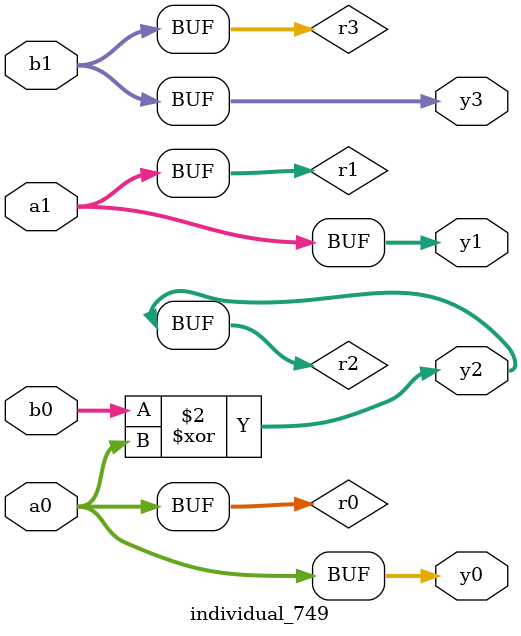
<source format=sv>
module individual_749(input logic [15:0] a1, input logic [15:0] a0, input logic [15:0] b1, input logic [15:0] b0, output logic [15:0] y3, output logic [15:0] y2, output logic [15:0] y1, output logic [15:0] y0);
logic [15:0] r0, r1, r2, r3; 
 always@(*) begin 
	 r0 = a0; r1 = a1; r2 = b0; r3 = b1; 
 	 r2  ^=  r0 ;
 	 y3 = r3; y2 = r2; y1 = r1; y0 = r0; 
end
endmodule
</source>
